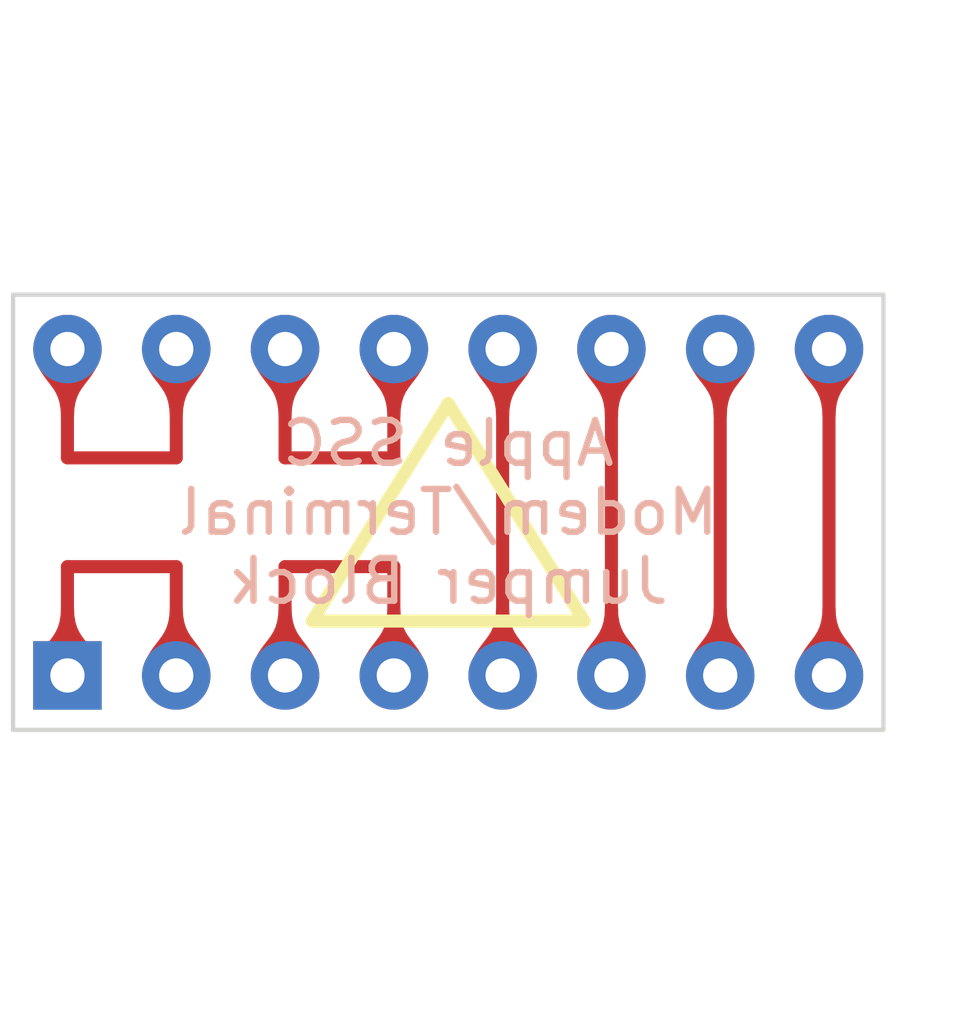
<source format=kicad_pcb>
(kicad_pcb (version 20211014) (generator pcbnew)
  (layers (0 "F.Cu" signal) (31 "B.Cu" signal) (34 "B.Paste" user) (35 "F.Paste" user) (36 "B.SilkS" user "B.Silkscreen") (37 "F.SilkS" user "F.Silkscreen") (38 "B.Mask" user) (39 "F.Mask" user) (44 "Edge.Cuts" user))
  (net 0 "")
  (net 1 "Net-(J1-Pad1)")
  (net 2 "Net-(J1-Pad3)")
  (net 3 "Net-(J1-Pad12)")
  (net 4 "Net-(J1-Pad11)")
  (net 5 "Net-(J1-Pad10)")
  (net 6 "Net-(J1-Pad8)")
  (net 7 "Net-(J1-Pad13)")
  (net 8 "Net-(J1-Pad15)")
  (footprint "Package_DIP:DIP-16_W7.62mm" (layer "F.Cu") (at 82.55 83.82 90)
    (fp_text reference "J1" hide)
    (fp_text value "Conn_02x08_Counter_Clockwise")
    (pad "1" thru_hole rect (at 0 0 90) (size 1.6 1.6) (drill 0.8) (layers *.Cu *.Mask) (net 1 "Net-(J1-Pad1)"))
    (pad "2" thru_hole oval (at 0 2.54 90) (size 1.6 1.6) (drill 0.8) (layers *.Cu *.Mask) (net 1 "Net-(J1-Pad1)"))
    (pad "3" thru_hole oval (at 0 5.08 90) (size 1.6 1.6) (drill 0.8) (layers *.Cu *.Mask) (net 2 "Net-(J1-Pad3)"))
    (pad "4" thru_hole oval (at 0 7.62 90) (size 1.6 1.6) (drill 0.8) (layers *.Cu *.Mask) (net 2 "Net-(J1-Pad3)"))
    (pad "5" thru_hole oval (at 0 10.16 90) (size 1.6 1.6) (drill 0.8) (layers *.Cu *.Mask) (net 3 "Net-(J1-Pad12)"))
    (pad "6" thru_hole oval (at 0 12.7 90) (size 1.6 1.6) (drill 0.8) (layers *.Cu *.Mask) (net 4 "Net-(J1-Pad11)"))
    (pad "7" thru_hole oval (at 0 15.24 90) (size 1.6 1.6) (drill 0.8) (layers *.Cu *.Mask) (net 5 "Net-(J1-Pad10)"))
    (pad "8" thru_hole oval (at 0 17.78 90) (size 1.6 1.6) (drill 0.8) (layers *.Cu *.Mask) (net 6 "Net-(J1-Pad8)"))
    (pad "9" thru_hole oval (at 7.62 17.78 90) (size 1.6 1.6) (drill 0.8) (layers *.Cu *.Mask) (net 6 "Net-(J1-Pad8)"))
    (pad "10" thru_hole oval (at 7.62 15.24 90) (size 1.6 1.6) (drill 0.8) (layers *.Cu *.Mask) (net 5 "Net-(J1-Pad10)"))
    (pad "11" thru_hole oval (at 7.62 12.7 90) (size 1.6 1.6) (drill 0.8) (layers *.Cu *.Mask) (net 4 "Net-(J1-Pad11)"))
    (pad "12" thru_hole oval (at 7.62 10.16 90) (size 1.6 1.6) (drill 0.8) (layers *.Cu *.Mask) (net 3 "Net-(J1-Pad12)"))
    (pad "13" thru_hole oval (at 7.62 7.62 90) (size 1.6 1.6) (drill 0.8) (layers *.Cu *.Mask) (net 7 "Net-(J1-Pad13)"))
    (pad "14" thru_hole oval (at 7.62 5.08 90) (size 1.6 1.6) (drill 0.8) (layers *.Cu *.Mask) (net 7 "Net-(J1-Pad13)"))
    (pad "15" thru_hole oval (at 7.62 2.54 90) (size 1.6 1.6) (drill 0.8) (layers *.Cu *.Mask) (net 8 "Net-(J1-Pad15)"))
    (pad "16" thru_hole oval (at 7.62 0 90) (size 1.6 1.6) (drill 0.8) (layers *.Cu *.Mask) (net 8 "Net-(J1-Pad15)"))
  )
  (gr_line (start 94.615 82.55) (end 91.44 77.47) (layer "F.SilkS") (width 0.3048))
  (gr_line (start 88.265 82.55) (end 94.615 82.55) (layer "F.SilkS") (width 0.3048))
  (gr_line (start 91.44 77.47) (end 88.265 82.55) (layer "F.SilkS") (width 0.3048))
  (gr_line (start 101.6 85.09) (end 81.28 85.09) (layer "Edge.Cuts") (width 0.1))
  (gr_line (start 81.28 74.93) (end 101.6 74.93) (layer "Edge.Cuts") (width 0.1))
  (gr_line (start 81.28 85.09) (end 81.28 74.93) (layer "Edge.Cuts") (width 0.1))
  (gr_line (start 101.6 74.93) (end 101.6 85.09) (layer "Edge.Cuts") (width 0.1))
  (gr_text "Apple SSC\nModem/Terminal\nJumper Block" (at 91.44 80.01) (layer "B.SilkS") (effects (font (size 1 1)) (justify mirror)))
  (segment (start 82.55 83.82) (end 82.55 81.28) (width 0.3048) (layer "F.Cu") (net 1))
  (segment (start 82.55 81.28) (end 85.09 81.28) (width 0.3048) (layer "F.Cu") (net 1))
  (segment (start 85.09 81.28) (end 85.09 83.82) (width 0.3048) (layer "F.Cu") (net 1))
  (segment (start 87.63 83.82) (end 87.63 81.28) (width 0.3048) (layer "F.Cu") (net 2))
  (segment (start 87.63 81.28) (end 90.17 81.28) (width 0.3048) (layer "F.Cu") (net 2))
  (segment (start 90.17 81.28) (end 90.17 83.82) (width 0.3048) (layer "F.Cu") (net 2))
  (segment (start 92.71 76.2) (end 92.71 83.82) (width 0.3048) (layer "F.Cu") (net 3))
  (segment (start 95.25 76.2) (end 95.25 83.82) (width 0.3048) (layer "F.Cu") (net 4))
  (segment (start 97.79 76.2) (end 97.79 83.82) (width 0.3048) (layer "F.Cu") (net 5))
  (segment (start 100.33 76.2) (end 100.33 83.82) (width 0.3048) (layer "F.Cu") (net 6))
  (segment (start 90.17 78.74) (end 90.17 76.2) (width 0.3048) (layer "F.Cu") (net 7))
  (segment (start 87.63 78.74) (end 90.17 78.74) (width 0.3048) (layer "F.Cu") (net 7))
  (segment (start 87.63 76.2) (end 87.63 78.74) (width 0.3048) (layer "F.Cu") (net 7))
  (segment (start 85.09 78.74) (end 85.09 76.2) (width 0.3048) (layer "F.Cu") (net 8))
  (segment (start 82.55 76.2) (end 82.55 78.74) (width 0.3048) (layer "F.Cu") (net 8))
  (segment (start 82.55 78.74) (end 85.09 78.74) (width 0.3048) (layer "F.Cu") (net 8))
  (zone (net 1) (net_name "Net-(J1-Pad1)") (layer "F.Cu") (priority 16962) (connect_pads yes (clearance 0)) (min_thickness 0.0254) (fill yes (thermal_gap 0.508) (thermal_bridge_width 0.508))
    (polygon (pts (xy 84.9376 82.23) (xy 84.928746 82.416057) (xy 84.903599 82.569476) (xy 84.864275 82.697335) (xy 84.812893 82.806713) (xy 84.751572 82.904689) (xy 84.682428 82.998341) (xy 84.607581 83.094749) (xy 84.529149 83.20099) (xy 84.449249 83.324144) (xy 84.37 83.471289) (xy 85.09 84.22) (xy 85.81 83.471289) (xy 85.73075 83.324144) (xy 85.65085 83.20099) (xy 85.572418 83.094749) (xy 85.497571 82.998341) (xy 85.428427 82.904689) (xy 85.367106 82.806713) (xy 85.315724 82.697335) (xy 85.2764 82.569476) (xy 85.251253 82.416057) (xy 85.2424 82.23)))
  )
  (zone (net 5) (net_name "Net-(J1-Pad10)") (layer "F.Cu") (priority 16962) (connect_pads yes (clearance 0)) (min_thickness 0.0254) (fill yes (thermal_gap 0.508) (thermal_bridge_width 0.508))
    (polygon (pts (xy 97.9424 77.79) (xy 97.951253 77.603942) (xy 97.9764 77.450523) (xy 98.015724 77.322664) (xy 98.067106 77.213286) (xy 98.128427 77.11531) (xy 98.197571 77.021658) (xy 98.272418 76.92525) (xy 98.35085 76.819009) (xy 98.43075 76.695855) (xy 98.51 76.548711) (xy 97.79 75.8) (xy 97.07 76.548711) (xy 97.149249 76.695855) (xy 97.229149 76.819009) (xy 97.307581 76.92525) (xy 97.382428 77.021658) (xy 97.451572 77.11531) (xy 97.512893 77.213286) (xy 97.564275 77.322664) (xy 97.603599 77.450523) (xy 97.628746 77.603942) (xy 97.6376 77.79)))
  )
  (zone (net 7) (net_name "Net-(J1-Pad13)") (layer "F.Cu") (priority 16962) (connect_pads yes (clearance 0)) (min_thickness 0.0254) (fill yes (thermal_gap 0.508) (thermal_bridge_width 0.508))
    (polygon (pts (xy 90.3224 77.79) (xy 90.331253 77.603942) (xy 90.3564 77.450523) (xy 90.395724 77.322664) (xy 90.447106 77.213286) (xy 90.508427 77.11531) (xy 90.577571 77.021658) (xy 90.652418 76.92525) (xy 90.73085 76.819009) (xy 90.81075 76.695855) (xy 90.89 76.548711) (xy 90.17 75.8) (xy 89.45 76.548711) (xy 89.529249 76.695855) (xy 89.609149 76.819009) (xy 89.687581 76.92525) (xy 89.762428 77.021658) (xy 89.831572 77.11531) (xy 89.892893 77.213286) (xy 89.944275 77.322664) (xy 89.983599 77.450523) (xy 90.008746 77.603942) (xy 90.0176 77.79)))
  )
  (zone (net 4) (net_name "Net-(J1-Pad11)") (layer "F.Cu") (priority 16962) (connect_pads yes (clearance 0)) (min_thickness 0.0254) (fill yes (thermal_gap 0.508) (thermal_bridge_width 0.508))
    (polygon (pts (xy 95.0976 82.23) (xy 95.088746 82.416057) (xy 95.063599 82.569476) (xy 95.024275 82.697335) (xy 94.972893 82.806713) (xy 94.911572 82.904689) (xy 94.842428 82.998341) (xy 94.767581 83.094749) (xy 94.689149 83.20099) (xy 94.609249 83.324144) (xy 94.53 83.471289) (xy 95.25 84.22) (xy 95.97 83.471289) (xy 95.89075 83.324144) (xy 95.81085 83.20099) (xy 95.732418 83.094749) (xy 95.657571 82.998341) (xy 95.588427 82.904689) (xy 95.527106 82.806713) (xy 95.475724 82.697335) (xy 95.4364 82.569476) (xy 95.411253 82.416057) (xy 95.4024 82.23)))
  )
  (zone (net 7) (net_name "Net-(J1-Pad13)") (layer "F.Cu") (priority 16962) (connect_pads yes (clearance 0)) (min_thickness 0.0254) (fill yes (thermal_gap 0.508) (thermal_bridge_width 0.508))
    (polygon (pts (xy 87.7824 77.79) (xy 87.791253 77.603942) (xy 87.8164 77.450523) (xy 87.855724 77.322664) (xy 87.907106 77.213286) (xy 87.968427 77.11531) (xy 88.037571 77.021658) (xy 88.112418 76.92525) (xy 88.19085 76.819009) (xy 88.27075 76.695855) (xy 88.35 76.548711) (xy 87.63 75.8) (xy 86.91 76.548711) (xy 86.989249 76.695855) (xy 87.069149 76.819009) (xy 87.147581 76.92525) (xy 87.222428 77.021658) (xy 87.291572 77.11531) (xy 87.352893 77.213286) (xy 87.404275 77.322664) (xy 87.443599 77.450523) (xy 87.468746 77.603942) (xy 87.4776 77.79)))
  )
  (zone (net 5) (net_name "Net-(J1-Pad10)") (layer "F.Cu") (priority 16962) (connect_pads yes (clearance 0)) (min_thickness 0.0254) (fill yes (thermal_gap 0.508) (thermal_bridge_width 0.508))
    (polygon (pts (xy 97.6376 82.23) (xy 97.628746 82.416057) (xy 97.603599 82.569476) (xy 97.564275 82.697335) (xy 97.512893 82.806713) (xy 97.451572 82.904689) (xy 97.382428 82.998341) (xy 97.307581 83.094749) (xy 97.229149 83.20099) (xy 97.149249 83.324144) (xy 97.07 83.471289) (xy 97.79 84.22) (xy 98.51 83.471289) (xy 98.43075 83.324144) (xy 98.35085 83.20099) (xy 98.272418 83.094749) (xy 98.197571 82.998341) (xy 98.128427 82.904689) (xy 98.067106 82.806713) (xy 98.015724 82.697335) (xy 97.9764 82.569476) (xy 97.951253 82.416057) (xy 97.9424 82.23)))
  )
  (zone (net 8) (net_name "Net-(J1-Pad15)") (layer "F.Cu") (priority 16962) (connect_pads yes (clearance 0)) (min_thickness 0.0254) (fill yes (thermal_gap 0.508) (thermal_bridge_width 0.508))
    (polygon (pts (xy 85.2424 77.79) (xy 85.251253 77.603942) (xy 85.2764 77.450523) (xy 85.315724 77.322664) (xy 85.367106 77.213286) (xy 85.428427 77.11531) (xy 85.497571 77.021658) (xy 85.572418 76.92525) (xy 85.65085 76.819009) (xy 85.73075 76.695855) (xy 85.81 76.548711) (xy 85.09 75.8) (xy 84.37 76.548711) (xy 84.449249 76.695855) (xy 84.529149 76.819009) (xy 84.607581 76.92525) (xy 84.682428 77.021658) (xy 84.751572 77.11531) (xy 84.812893 77.213286) (xy 84.864275 77.322664) (xy 84.903599 77.450523) (xy 84.928746 77.603942) (xy 84.9376 77.79)))
  )
  (zone (net 6) (net_name "Net-(J1-Pad8)") (layer "F.Cu") (priority 16962) (connect_pads yes (clearance 0)) (min_thickness 0.0254) (fill yes (thermal_gap 0.508) (thermal_bridge_width 0.508))
    (polygon (pts (xy 100.4824 77.79) (xy 100.491253 77.603942) (xy 100.5164 77.450523) (xy 100.555724 77.322664) (xy 100.607106 77.213286) (xy 100.668427 77.11531) (xy 100.737571 77.021658) (xy 100.812418 76.92525) (xy 100.89085 76.819009) (xy 100.97075 76.695855) (xy 101.05 76.548711) (xy 100.33 75.8) (xy 99.61 76.548711) (xy 99.689249 76.695855) (xy 99.769149 76.819009) (xy 99.847581 76.92525) (xy 99.922428 77.021658) (xy 99.991572 77.11531) (xy 100.052893 77.213286) (xy 100.104275 77.322664) (xy 100.143599 77.450523) (xy 100.168746 77.603942) (xy 100.1776 77.79)))
  )
  (zone (net 8) (net_name "Net-(J1-Pad15)") (layer "F.Cu") (priority 16962) (connect_pads yes (clearance 0)) (min_thickness 0.0254) (fill yes (thermal_gap 0.508) (thermal_bridge_width 0.508))
    (polygon (pts (xy 82.7024 77.79) (xy 82.711253 77.603942) (xy 82.7364 77.450523) (xy 82.775724 77.322664) (xy 82.827106 77.213286) (xy 82.888427 77.11531) (xy 82.957571 77.021658) (xy 83.032418 76.92525) (xy 83.11085 76.819009) (xy 83.19075 76.695855) (xy 83.27 76.548711) (xy 82.55 75.8) (xy 81.83 76.548711) (xy 81.909249 76.695855) (xy 81.989149 76.819009) (xy 82.067581 76.92525) (xy 82.142428 77.021658) (xy 82.211572 77.11531) (xy 82.272893 77.213286) (xy 82.324275 77.322664) (xy 82.363599 77.450523) (xy 82.388746 77.603942) (xy 82.3976 77.79)))
  )
  (zone (net 3) (net_name "Net-(J1-Pad12)") (layer "F.Cu") (priority 16962) (connect_pads yes (clearance 0)) (min_thickness 0.0254) (fill yes (thermal_gap 0.508) (thermal_bridge_width 0.508))
    (polygon (pts (xy 92.5576 82.23) (xy 92.548746 82.416057) (xy 92.523599 82.569476) (xy 92.484275 82.697335) (xy 92.432893 82.806713) (xy 92.371572 82.904689) (xy 92.302428 82.998341) (xy 92.227581 83.094749) (xy 92.149149 83.20099) (xy 92.069249 83.324144) (xy 91.99 83.471289) (xy 92.71 84.22) (xy 93.43 83.471289) (xy 93.35075 83.324144) (xy 93.27085 83.20099) (xy 93.192418 83.094749) (xy 93.117571 82.998341) (xy 93.048427 82.904689) (xy 92.987106 82.806713) (xy 92.935724 82.697335) (xy 92.8964 82.569476) (xy 92.871253 82.416057) (xy 92.8624 82.23)))
  )
  (zone (net 6) (net_name "Net-(J1-Pad8)") (layer "F.Cu") (priority 16962) (connect_pads yes (clearance 0)) (min_thickness 0.0254) (fill yes (thermal_gap 0.508) (thermal_bridge_width 0.508))
    (polygon (pts (xy 100.1776 82.23) (xy 100.168746 82.416057) (xy 100.143599 82.569476) (xy 100.104275 82.697335) (xy 100.052893 82.806713) (xy 99.991572 82.904689) (xy 99.922428 82.998341) (xy 99.847581 83.094749) (xy 99.769149 83.20099) (xy 99.689249 83.324144) (xy 99.61 83.471289) (xy 100.33 84.22) (xy 101.05 83.471289) (xy 100.97075 83.324144) (xy 100.89085 83.20099) (xy 100.812418 83.094749) (xy 100.737571 82.998341) (xy 100.668427 82.904689) (xy 100.607106 82.806713) (xy 100.555724 82.697335) (xy 100.5164 82.569476) (xy 100.491253 82.416057) (xy 100.4824 82.23)))
  )
  (zone (net 2) (net_name "Net-(J1-Pad3)") (layer "F.Cu") (priority 16962) (connect_pads yes (clearance 0)) (min_thickness 0.0254) (fill yes (thermal_gap 0.508) (thermal_bridge_width 0.508))
    (polygon (pts (xy 87.4776 82.23) (xy 87.468746 82.416057) (xy 87.443599 82.569476) (xy 87.404275 82.697335) (xy 87.352893 82.806713) (xy 87.291572 82.904689) (xy 87.222428 82.998341) (xy 87.147581 83.094749) (xy 87.069149 83.20099) (xy 86.989249 83.324144) (xy 86.91 83.471289) (xy 87.63 84.22) (xy 88.35 83.471289) (xy 88.27075 83.324144) (xy 88.19085 83.20099) (xy 88.112418 83.094749) (xy 88.037571 82.998341) (xy 87.968427 82.904689) (xy 87.907106 82.806713) (xy 87.855724 82.697335) (xy 87.8164 82.569476) (xy 87.791253 82.416057) (xy 87.7824 82.23)))
  )
  (zone (net 4) (net_name "Net-(J1-Pad11)") (layer "F.Cu") (priority 16962) (connect_pads yes (clearance 0)) (min_thickness 0.0254) (fill yes (thermal_gap 0.508) (thermal_bridge_width 0.508))
    (polygon (pts (xy 95.4024 77.79) (xy 95.411253 77.603942) (xy 95.4364 77.450523) (xy 95.475724 77.322664) (xy 95.527106 77.213286) (xy 95.588427 77.11531) (xy 95.657571 77.021658) (xy 95.732418 76.92525) (xy 95.81085 76.819009) (xy 95.89075 76.695855) (xy 95.97 76.548711) (xy 95.25 75.8) (xy 94.53 76.548711) (xy 94.609249 76.695855) (xy 94.689149 76.819009) (xy 94.767581 76.92525) (xy 94.842428 77.021658) (xy 94.911572 77.11531) (xy 94.972893 77.213286) (xy 95.024275 77.322664) (xy 95.063599 77.450523) (xy 95.088746 77.603942) (xy 95.0976 77.79)))
  )
  (zone (net 2) (net_name "Net-(J1-Pad3)") (layer "F.Cu") (priority 16962) (connect_pads yes (clearance 0)) (min_thickness 0.0254) (fill yes (thermal_gap 0.508) (thermal_bridge_width 0.508))
    (polygon (pts (xy 90.0176 82.23) (xy 90.008746 82.416057) (xy 89.983599 82.569476) (xy 89.944275 82.697335) (xy 89.892893 82.806713) (xy 89.831572 82.904689) (xy 89.762428 82.998341) (xy 89.687581 83.094749) (xy 89.609149 83.20099) (xy 89.529249 83.324144) (xy 89.45 83.471289) (xy 90.17 84.22) (xy 90.89 83.471289) (xy 90.81075 83.324144) (xy 90.73085 83.20099) (xy 90.652418 83.094749) (xy 90.577571 82.998341) (xy 90.508427 82.904689) (xy 90.447106 82.806713) (xy 90.395724 82.697335) (xy 90.3564 82.569476) (xy 90.331253 82.416057) (xy 90.3224 82.23)))
  )
  (zone (net 3) (net_name "Net-(J1-Pad12)") (layer "F.Cu") (priority 16962) (connect_pads yes (clearance 0)) (min_thickness 0.0254) (fill yes (thermal_gap 0.508) (thermal_bridge_width 0.508))
    (polygon (pts (xy 92.8624 77.79) (xy 92.871253 77.603942) (xy 92.8964 77.450523) (xy 92.935724 77.322664) (xy 92.987106 77.213286) (xy 93.048427 77.11531) (xy 93.117571 77.021658) (xy 93.192418 76.92525) (xy 93.27085 76.819009) (xy 93.35075 76.695855) (xy 93.43 76.548711) (xy 92.71 75.8) (xy 91.99 76.548711) (xy 92.069249 76.695855) (xy 92.149149 76.819009) (xy 92.227581 76.92525) (xy 92.302428 77.021658) (xy 92.371572 77.11531) (xy 92.432893 77.213286) (xy 92.484275 77.322664) (xy 92.523599 77.450523) (xy 92.548746 77.603942) (xy 92.5576 77.79)))
  )
  (zone (net 1) (net_name "Net-(J1-Pad1)") (layer "F.Cu") (priority 16962) (connect_pads yes (clearance 0)) (min_thickness 0.0254) (fill yes (thermal_gap 0.508) (thermal_bridge_width 0.508))
    (polygon (pts (xy 82.3976 82.23) (xy 82.388746 82.416057) (xy 82.363599 82.569476) (xy 82.324275 82.697335) (xy 82.272893 82.806713) (xy 82.211572 82.904689) (xy 82.142428 82.998341) (xy 82.067581 83.094749) (xy 81.989149 83.20099) (xy 81.909249 83.324144) (xy 81.83 83.471289) (xy 82.55 84.22) (xy 83.27 83.471289) (xy 83.19075 83.324144) (xy 83.11085 83.20099) (xy 83.032418 83.094749) (xy 82.957571 82.998341) (xy 82.888427 82.904689) (xy 82.827106 82.806713) (xy 82.775724 82.697335) (xy 82.7364 82.569476) (xy 82.711253 82.416057) (xy 82.7024 82.23)))
  )
)
</source>
